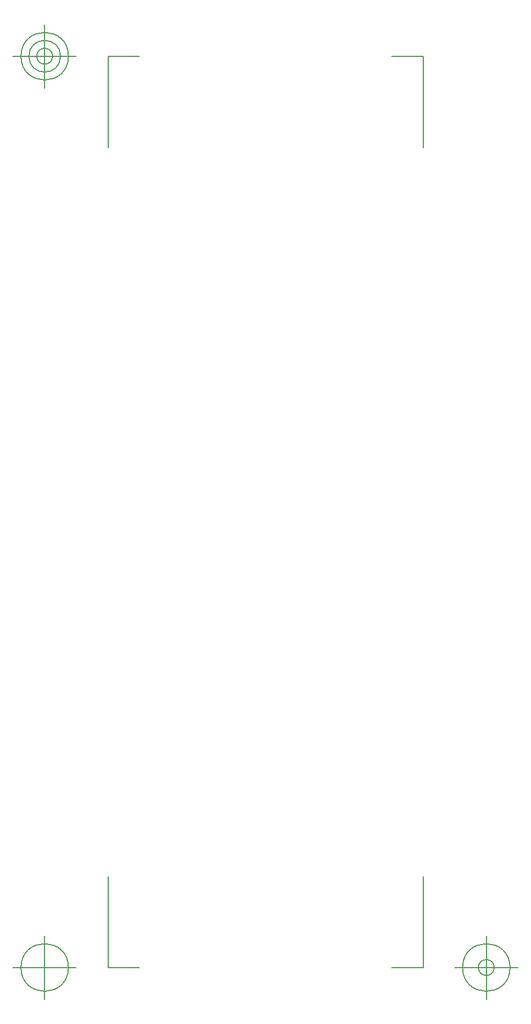
<source format=gbr>
G04 Generated by Ultiboard 14.1 *
%FSLAX34Y34*%
%MOMM*%

%ADD10C,0.0001*%
%ADD11C,0.1270*%


G04 ColorRGB B2B2B2 for the following layer *
%LNMechanical 2*%
%LPD*%
G54D10*
G54D11*
X124460Y-312420D02*
X124460Y-168656D01*
X124460Y-312420D02*
X174244Y-312420D01*
X622300Y-312420D02*
X572516Y-312420D01*
X622300Y-312420D02*
X622300Y-168656D01*
X622300Y1125220D02*
X622300Y981456D01*
X622300Y1125220D02*
X572516Y1125220D01*
X124460Y1125220D02*
X174244Y1125220D01*
X124460Y1125220D02*
X124460Y981456D01*
X74460Y-312420D02*
X-25540Y-312420D01*
X24460Y-362420D02*
X24460Y-262420D01*
X-13040Y-312420D02*
G75*
D01*
G02X-13040Y-312420I37500J0*
G01*
X672300Y-312420D02*
X772300Y-312420D01*
X722300Y-362420D02*
X722300Y-262420D01*
X684800Y-312420D02*
G75*
D01*
G02X684800Y-312420I37500J0*
G01*
X709800Y-312420D02*
G75*
D01*
G02X709800Y-312420I12500J0*
G01*
X74460Y1125220D02*
X-25540Y1125220D01*
X24460Y1075220D02*
X24460Y1175220D01*
X-13040Y1125220D02*
G75*
D01*
G02X-13040Y1125220I37500J0*
G01*
X-540Y1125220D02*
G75*
D01*
G02X-540Y1125220I25000J0*
G01*
X11960Y1125220D02*
G75*
D01*
G02X11960Y1125220I12500J0*
G01*

M02*

</source>
